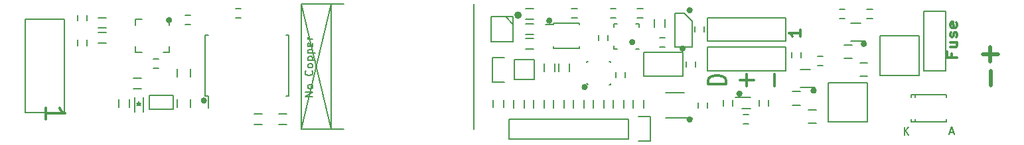
<source format=gto>
G04 #@! TF.FileFunction,Legend,Top*
%FSLAX46Y46*%
G04 Gerber Fmt 4.6, Leading zero omitted, Abs format (unit mm)*
G04 Created by KiCad (PCBNEW 4.0.0-rc2-1-stable) date Mardi 07 juin 2016 13:35:49*
%MOMM*%
G01*
G04 APERTURE LIST*
%ADD10C,0.100000*%
%ADD11C,0.400000*%
%ADD12C,0.300000*%
%ADD13C,0.500000*%
%ADD14C,0.200000*%
%ADD15C,0.150000*%
%ADD16C,0.250000*%
%ADD17C,0.152400*%
%ADD18C,0.127000*%
G04 APERTURE END LIST*
D10*
D11*
X124534500Y14377000D02*
G75*
G03X124534500Y14377000I-190500J0D01*
G01*
X118121000Y8408000D02*
G75*
G03X118121000Y8408000I-190500J0D01*
G01*
X108659500Y8027000D02*
G75*
G03X108659500Y8027000I-190500J0D01*
G01*
X102309500Y4725000D02*
G75*
G03X102309500Y4725000I-190500J0D01*
G01*
X102309500Y18695000D02*
G75*
G03X102309500Y18695000I-190500J0D01*
G01*
X101390500Y13800000D02*
G75*
G03X101390500Y13800000I-190500J0D01*
G01*
X94990500Y14600000D02*
G75*
G03X94990500Y14600000I-190500J0D01*
G01*
X88911000Y8852500D02*
G75*
G03X88911000Y8852500I-190500J0D01*
G01*
X84402500Y17361500D02*
G75*
G03X84402500Y17361500I-190500J0D01*
G01*
X40333500Y7138000D02*
G75*
G03X40333500Y7138000I-190500J0D01*
G01*
X35888500Y17425000D02*
G75*
G03X35888500Y17425000I-190500J0D01*
G01*
D12*
X135561286Y13170715D02*
X135561286Y12670715D01*
X136189857Y12670715D02*
X134989857Y12670715D01*
X134989857Y13385001D01*
X135389857Y14599286D02*
X136189857Y14599286D01*
X135389857Y13956429D02*
X136018429Y13956429D01*
X136132714Y14027857D01*
X136189857Y14170715D01*
X136189857Y14385000D01*
X136132714Y14527857D01*
X136075571Y14599286D01*
X136132714Y15242143D02*
X136189857Y15385000D01*
X136189857Y15670715D01*
X136132714Y15813572D01*
X136018429Y15885000D01*
X135961286Y15885000D01*
X135847000Y15813572D01*
X135789857Y15670715D01*
X135789857Y15456429D01*
X135732714Y15313572D01*
X135618429Y15242143D01*
X135561286Y15242143D01*
X135447000Y15313572D01*
X135389857Y15456429D01*
X135389857Y15670715D01*
X135447000Y15813572D01*
X136132714Y17099286D02*
X136189857Y16956429D01*
X136189857Y16670715D01*
X136132714Y16527858D01*
X136018429Y16456429D01*
X135561286Y16456429D01*
X135447000Y16527858D01*
X135389857Y16670715D01*
X135389857Y16956429D01*
X135447000Y17099286D01*
X135561286Y17170715D01*
X135675571Y17170715D01*
X135789857Y16456429D01*
X116278571Y16228572D02*
X116278571Y15371429D01*
X116278571Y15800001D02*
X114778571Y15800001D01*
X114992857Y15657144D01*
X115135714Y15514286D01*
X115207143Y15371429D01*
X106770476Y9226190D02*
X104470476Y9226190D01*
X104470476Y9702381D01*
X104580000Y9988095D01*
X104799048Y10178571D01*
X105018095Y10273810D01*
X105456190Y10369048D01*
X105784762Y10369048D01*
X106222857Y10273810D01*
X106441905Y10178571D01*
X106660952Y9988095D01*
X106770476Y9702381D01*
X106770476Y9226190D01*
X109414286Y8988095D02*
X109414286Y10511905D01*
X110290476Y9750000D02*
X108538095Y9750000D01*
X112934286Y8988095D02*
X112934286Y10511905D01*
D13*
X139547619Y13071429D02*
X141452381Y13071429D01*
X140500000Y12119048D02*
X140500000Y14023810D01*
X140571429Y10952381D02*
X140571429Y9047619D01*
D12*
X19962048Y4772714D02*
X19962048Y6201286D01*
X19962048Y5487000D02*
X22462048Y5487000D01*
X22104905Y5725095D01*
X21866810Y5963190D01*
X21747762Y6201286D01*
D14*
X134758000Y18568000D02*
X131964000Y18568000D01*
X134758000Y10948000D02*
X134758000Y18568000D01*
X131964000Y10948000D02*
X134758000Y10948000D01*
X131964000Y18568000D02*
X131964000Y10948000D01*
D15*
X101240049Y13292017D02*
X96240049Y13292017D01*
X96240049Y13292017D02*
X96240049Y10292017D01*
X96240049Y10292017D02*
X101240049Y10292017D01*
X101240049Y10292017D02*
X101240049Y13292017D01*
D16*
X101452181Y13792017D02*
G75*
G03X101452181Y13792017I-212132J0D01*
G01*
D15*
X40340000Y7741000D02*
X40695000Y7741000D01*
X40340000Y15491000D02*
X40695000Y15491000D01*
X50990000Y15491000D02*
X50635000Y15491000D01*
X50990000Y7741000D02*
X50635000Y7741000D01*
X40340000Y7741000D02*
X40340000Y15491000D01*
X50990000Y7741000D02*
X50990000Y15491000D01*
X40695000Y7741000D02*
X40695000Y6216000D01*
X84775032Y17073114D02*
X84775032Y16848114D01*
X88025032Y17073114D02*
X88025032Y16848114D01*
X88025032Y13823114D02*
X88025032Y14048114D01*
X84775032Y13823114D02*
X84775032Y14048114D01*
X84775032Y17073114D02*
X88025032Y17073114D01*
X84775032Y13823114D02*
X88025032Y13823114D01*
X84775032Y16848114D02*
X83700032Y16848114D01*
X35750000Y13276000D02*
X34975000Y13276000D01*
X31450000Y17576000D02*
X32225000Y17576000D01*
X31450000Y13276000D02*
X32225000Y13276000D01*
X35750000Y17576000D02*
X35750000Y16801000D01*
X31450000Y17576000D02*
X31450000Y16801000D01*
X31450000Y13276000D02*
X31450000Y14051000D01*
X35750000Y13276000D02*
X35750000Y14051000D01*
X31134000Y9972000D02*
X32134000Y9972000D01*
X32134000Y8622000D02*
X31134000Y8622000D01*
X80994785Y7223775D02*
X80994785Y6223775D01*
X79644785Y6223775D02*
X79644785Y7223775D01*
X83534785Y7223775D02*
X83534785Y6223775D01*
X82184785Y6223775D02*
X82184785Y7223775D01*
X86074785Y7223775D02*
X86074785Y6223775D01*
X84724785Y6223775D02*
X84724785Y7223775D01*
X88614785Y7223775D02*
X88614785Y6223775D01*
X87264785Y6223775D02*
X87264785Y7223775D01*
X91154785Y7223775D02*
X91154785Y6223775D01*
X89804785Y6223775D02*
X89804785Y7223775D01*
X93694785Y7223775D02*
X93694785Y6223775D01*
X92344785Y6223775D02*
X92344785Y7223775D01*
X96234785Y7223775D02*
X96234785Y6223775D01*
X94884785Y6223775D02*
X94884785Y7223775D01*
X47550000Y4050000D02*
X46550000Y4050000D01*
X46550000Y5400000D02*
X47550000Y5400000D01*
X82210032Y13716114D02*
X81210032Y13716114D01*
X81210032Y15066114D02*
X82210032Y15066114D01*
X82210032Y15621114D02*
X81210032Y15621114D01*
X81210032Y16971114D02*
X82210032Y16971114D01*
X82210032Y17526114D02*
X81210032Y17526114D01*
X81210032Y18876114D02*
X82210032Y18876114D01*
X29281082Y6282196D02*
X29281082Y7282196D01*
X30631082Y7282196D02*
X30631082Y6282196D01*
X86792000Y11829000D02*
X86792000Y10829000D01*
X85442000Y10829000D02*
X85442000Y11829000D01*
X84887000Y11829000D02*
X84887000Y10829000D01*
X83537000Y10829000D02*
X83537000Y11829000D01*
X97634000Y16532000D02*
X97634000Y17532000D01*
X98984000Y17532000D02*
X98984000Y16532000D01*
X78410000Y7245000D02*
X78410000Y6245000D01*
X77060000Y6245000D02*
X77060000Y7245000D01*
X26652000Y17752000D02*
X27652000Y17752000D01*
X27652000Y16402000D02*
X26652000Y16402000D01*
X26652000Y15847000D02*
X27652000Y15847000D01*
X27652000Y14497000D02*
X26652000Y14497000D01*
X50688000Y4050000D02*
X49688000Y4050000D01*
X49688000Y5400000D02*
X50688000Y5400000D01*
X94289785Y4793775D02*
X79049785Y4793775D01*
X79049785Y4793775D02*
X79049785Y2253775D01*
X79049785Y2253775D02*
X94289785Y2253775D01*
X97109785Y5073775D02*
X95559785Y5073775D01*
X94289785Y4793775D02*
X94289785Y2253775D01*
X95559785Y1973775D02*
X97109785Y1973775D01*
X97109785Y1973775D02*
X97109785Y5073775D01*
X76947000Y9525000D02*
X78497000Y9525000D01*
X82307000Y9805000D02*
X79767000Y9805000D01*
X79767000Y9805000D02*
X79767000Y12345000D01*
X78497000Y12625000D02*
X76947000Y12625000D01*
X76947000Y12625000D02*
X76947000Y9525000D01*
X79767000Y12345000D02*
X82307000Y12345000D01*
X82307000Y12345000D02*
X82307000Y9805000D01*
X130860860Y4404940D02*
X130860860Y4755460D01*
X130860860Y7905060D02*
X130860860Y7554540D01*
X134910440Y4404940D02*
X134910440Y4755460D01*
X130409560Y4404940D02*
X130409560Y4755460D01*
X130409560Y7905060D02*
X130409560Y7554540D01*
X134910440Y7905060D02*
X134910440Y7554540D01*
X130409560Y4404940D02*
X134910440Y4404940D01*
X130409560Y7905060D02*
X134910440Y7905060D01*
X32411082Y5682196D02*
X32411082Y7582196D01*
X31311082Y5682196D02*
X31311082Y7582196D01*
X31861082Y6582196D02*
X31861082Y7032196D01*
X31611082Y6532196D02*
X32111082Y6532196D01*
X31861082Y6532196D02*
X31611082Y6782196D01*
X31611082Y6782196D02*
X32111082Y6782196D01*
X32111082Y6782196D02*
X31861082Y6532196D01*
X116208000Y8275000D02*
X115208000Y8275000D01*
X115208000Y6575000D02*
X116208000Y6575000D01*
X122865195Y14244513D02*
X121865195Y14244513D01*
X121865195Y12544513D02*
X122865195Y12544513D01*
X115108000Y12630000D02*
X115108000Y13330000D01*
X116308000Y13330000D02*
X116308000Y12630000D01*
X121200000Y18787000D02*
X121900000Y18787000D01*
X121900000Y17587000D02*
X121200000Y17587000D01*
X119118000Y11618000D02*
X118418000Y11618000D01*
X118418000Y12818000D02*
X119118000Y12818000D01*
X125435195Y17620513D02*
X124735195Y17620513D01*
X124735195Y18820513D02*
X125435195Y18820513D01*
X117240000Y4256000D02*
X118240000Y4256000D01*
X118240000Y5956000D02*
X117240000Y5956000D01*
X123823195Y10258513D02*
X124823195Y10258513D01*
X124823195Y11958513D02*
X123823195Y11958513D01*
X107619345Y7175587D02*
X107619345Y6475587D01*
X106419345Y6475587D02*
X106419345Y7175587D01*
X109667345Y4181587D02*
X108967345Y4181587D01*
X108967345Y5381587D02*
X109667345Y5381587D01*
X112191345Y7175587D02*
X112191345Y6475587D01*
X110991345Y6475587D02*
X110991345Y7175587D01*
X36726082Y7282196D02*
X36726082Y6282196D01*
X38426082Y6282196D02*
X38426082Y7282196D01*
X36753000Y11194000D02*
X36753000Y10194000D01*
X38453000Y10194000D02*
X38453000Y11194000D01*
X104370000Y6878400D02*
X104370000Y6178400D01*
X103170000Y6178400D02*
X103170000Y6878400D01*
X98990049Y13986017D02*
X98290049Y13986017D01*
X98290049Y15186017D02*
X98990049Y15186017D01*
X102850049Y12142017D02*
X102850049Y11442017D01*
X101650049Y11442017D02*
X101650049Y12142017D01*
X93873785Y10768775D02*
X93873785Y10068775D01*
X92673785Y10068775D02*
X92673785Y10768775D01*
X92747244Y17718164D02*
X92047244Y17718164D01*
X92047244Y18918164D02*
X92747244Y18918164D01*
X95452244Y18918164D02*
X96152244Y18918164D01*
X96152244Y17718164D02*
X95452244Y17718164D01*
X91728622Y15493164D02*
X91728622Y14793164D01*
X90528622Y14793164D02*
X90528622Y15493164D01*
X44160000Y18914000D02*
X44860000Y18914000D01*
X44860000Y17714000D02*
X44160000Y17714000D01*
X87775032Y17728114D02*
X87075032Y17728114D01*
X87075032Y18928114D02*
X87775032Y18928114D01*
X34397000Y11237000D02*
X33697000Y11237000D01*
X33697000Y12437000D02*
X34397000Y12437000D01*
X37761000Y18025000D02*
X38461000Y18025000D01*
X38461000Y16825000D02*
X37761000Y16825000D01*
X24012000Y17362000D02*
X24012000Y18062000D01*
X25212000Y18062000D02*
X25212000Y17362000D01*
X25212000Y14887000D02*
X25212000Y14187000D01*
X24012000Y14187000D02*
X24012000Y14887000D01*
X123967504Y17075900D02*
X122667504Y17075900D01*
X124542504Y14775900D02*
X122667504Y14775900D01*
X117551000Y11095000D02*
X116251000Y11095000D01*
X118126000Y8795000D02*
X116251000Y8795000D01*
D13*
X80443639Y18058000D02*
G75*
G03X80443639Y18058000I-223607J0D01*
G01*
D15*
X78620032Y17858000D02*
X79620032Y16858000D01*
X79620032Y17858000D02*
X76820032Y17858000D01*
X76820032Y17858000D02*
X76820032Y14658000D01*
X76820032Y14658000D02*
X79620032Y14658000D01*
X79620032Y14658000D02*
X79620032Y17858000D01*
X126395195Y10386513D02*
X126395195Y15386513D01*
X126395195Y15386513D02*
X131395195Y15386513D01*
X131395195Y15386513D02*
X131395195Y10386513D01*
X131395195Y10386513D02*
X126395195Y10386513D01*
X119812000Y4436000D02*
X119812000Y9436000D01*
X119812000Y9436000D02*
X124812000Y9436000D01*
X124812000Y9436000D02*
X124812000Y4436000D01*
X124812000Y4436000D02*
X119812000Y4436000D01*
D17*
X52600000Y3500000D02*
X52600000Y19500000D01*
X52600000Y19500000D02*
X58000000Y19500000D01*
X52600000Y3500000D02*
X58000000Y3500000D01*
X74600000Y3500000D02*
X74600000Y19500000D01*
X52600000Y19500000D02*
X56400000Y3500000D01*
X52600000Y3500000D02*
X56400000Y19500000D01*
X56400000Y3492000D02*
X56400000Y19492000D01*
D14*
X102457000Y17305000D02*
X101457000Y18305000D01*
X101457000Y18305000D02*
X100257000Y18305000D01*
X100257000Y18305000D02*
X100257000Y14005000D01*
X100257000Y14005000D02*
X102457000Y14005000D01*
X102457000Y14005000D02*
X102457000Y17305000D01*
D15*
X95673622Y16943164D02*
X95673622Y16543164D01*
X95673622Y16943164D02*
X95273622Y16943164D01*
X92473622Y16943164D02*
X92473622Y16543164D01*
X92473622Y16943164D02*
X92873622Y16943164D01*
X92473622Y13743164D02*
X92473622Y14143164D01*
X92473622Y13743164D02*
X92873622Y13743164D01*
X95673622Y13743164D02*
X95273622Y13743164D01*
D12*
X88798785Y8853775D02*
G75*
G03X88798785Y8853775I-100000J0D01*
G01*
D14*
X89148785Y9153775D02*
X88998785Y9303775D01*
X88998785Y12003775D02*
X88998785Y12153775D01*
X88998785Y12153775D02*
X89148785Y12153775D01*
X91998785Y9303775D02*
X91998785Y9153775D01*
X91998785Y9153775D02*
X91848785Y9153775D01*
X91998785Y12003775D02*
X91998785Y12153775D01*
X91998785Y12153775D02*
X91848785Y12153775D01*
D18*
X36240082Y7801196D02*
X36240082Y6023196D01*
X36240082Y6023196D02*
X33192082Y6023196D01*
X33192082Y6023196D02*
X33192082Y7801196D01*
X33192082Y7801196D02*
X36240082Y7801196D01*
D15*
X108756345Y6140587D02*
X109906345Y6140587D01*
X107981345Y7590587D02*
X109906345Y7590587D01*
X114358000Y17750000D02*
X104358000Y17750000D01*
X114358000Y14750000D02*
X114358000Y17750000D01*
X104358000Y14750000D02*
X114358000Y14750000D01*
X104358000Y17750000D02*
X104358000Y14750000D01*
X114358000Y13972000D02*
X104358000Y13972000D01*
X114358000Y10972000D02*
X114358000Y13972000D01*
X104358000Y10972000D02*
X114358000Y10972000D01*
X104358000Y13972000D02*
X104358000Y10972000D01*
X103989000Y16632000D02*
X103989000Y15932000D01*
X102789000Y15932000D02*
X102789000Y16632000D01*
X22323000Y17583000D02*
X17323000Y17583000D01*
X17323000Y17583000D02*
X17323000Y5583000D01*
X17323000Y5583000D02*
X22323000Y5583000D01*
X22323000Y5583000D02*
X22323000Y17583000D01*
X101419000Y8121000D02*
X99019000Y8121000D01*
X102469000Y4921000D02*
X99019000Y4921000D01*
X129498095Y2752619D02*
X129498095Y3752619D01*
X130069524Y2752619D02*
X129640952Y3324048D01*
X130069524Y3752619D02*
X129498095Y3181190D01*
X135321905Y3088333D02*
X135798096Y3088333D01*
X135226667Y2802619D02*
X135560000Y3802619D01*
X135893334Y2802619D01*
X54052381Y7677714D02*
X53052381Y7677714D01*
X54052381Y8249143D01*
X53052381Y8249143D01*
X54052381Y8868190D02*
X54004762Y8772952D01*
X53957143Y8725333D01*
X53861905Y8677714D01*
X53576190Y8677714D01*
X53480952Y8725333D01*
X53433333Y8772952D01*
X53385714Y8868190D01*
X53385714Y9011048D01*
X53433333Y9106286D01*
X53480952Y9153905D01*
X53576190Y9201524D01*
X53861905Y9201524D01*
X53957143Y9153905D01*
X54004762Y9106286D01*
X54052381Y9011048D01*
X54052381Y8868190D01*
X53957143Y10963429D02*
X54004762Y10915810D01*
X54052381Y10772953D01*
X54052381Y10677715D01*
X54004762Y10534857D01*
X53909524Y10439619D01*
X53814286Y10392000D01*
X53623810Y10344381D01*
X53480952Y10344381D01*
X53290476Y10392000D01*
X53195238Y10439619D01*
X53100000Y10534857D01*
X53052381Y10677715D01*
X53052381Y10772953D01*
X53100000Y10915810D01*
X53147619Y10963429D01*
X54052381Y11534857D02*
X54004762Y11439619D01*
X53957143Y11392000D01*
X53861905Y11344381D01*
X53576190Y11344381D01*
X53480952Y11392000D01*
X53433333Y11439619D01*
X53385714Y11534857D01*
X53385714Y11677715D01*
X53433333Y11772953D01*
X53480952Y11820572D01*
X53576190Y11868191D01*
X53861905Y11868191D01*
X53957143Y11820572D01*
X54004762Y11772953D01*
X54052381Y11677715D01*
X54052381Y11534857D01*
X53385714Y12296762D02*
X54385714Y12296762D01*
X53433333Y12296762D02*
X53385714Y12392000D01*
X53385714Y12582477D01*
X53433333Y12677715D01*
X53480952Y12725334D01*
X53576190Y12772953D01*
X53861905Y12772953D01*
X53957143Y12725334D01*
X54004762Y12677715D01*
X54052381Y12582477D01*
X54052381Y12392000D01*
X54004762Y12296762D01*
X53385714Y13201524D02*
X54385714Y13201524D01*
X53433333Y13201524D02*
X53385714Y13296762D01*
X53385714Y13487239D01*
X53433333Y13582477D01*
X53480952Y13630096D01*
X53576190Y13677715D01*
X53861905Y13677715D01*
X53957143Y13630096D01*
X54004762Y13582477D01*
X54052381Y13487239D01*
X54052381Y13296762D01*
X54004762Y13201524D01*
X54004762Y14487239D02*
X54052381Y14392001D01*
X54052381Y14201524D01*
X54004762Y14106286D01*
X53909524Y14058667D01*
X53528571Y14058667D01*
X53433333Y14106286D01*
X53385714Y14201524D01*
X53385714Y14392001D01*
X53433333Y14487239D01*
X53528571Y14534858D01*
X53623810Y14534858D01*
X53719048Y14058667D01*
X54052381Y14963429D02*
X53385714Y14963429D01*
X53576190Y14963429D02*
X53480952Y15011048D01*
X53433333Y15058667D01*
X53385714Y15153905D01*
X53385714Y15249144D01*
M02*

</source>
